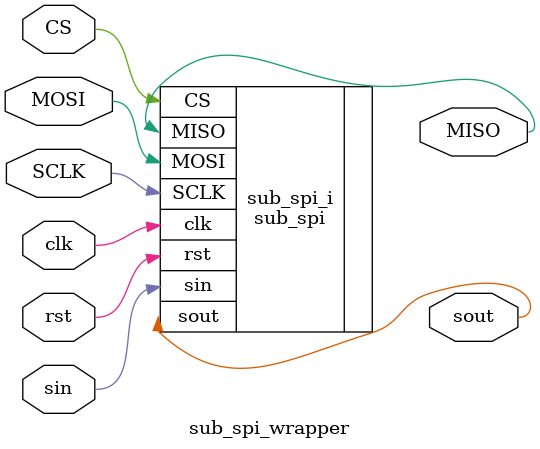
<source format=v>
`timescale 1 ps / 1 ps

module sub_spi_wrapper
   (CS,
    MISO,
    MOSI,
    SCLK,
    clk,
    rst,
    sin,
    sout);
  input CS;
  output MISO;
  input MOSI;
  input SCLK;
  input clk;
  input rst;
  input sin;
  output sout;

  wire CS;
  wire MISO;
  wire MOSI;
  wire SCLK;
  wire clk;
  wire rst;
  wire sin;
  wire sout;

  sub_spi sub_spi_i
       (.CS(CS),
        .MISO(MISO),
        .MOSI(MOSI),
        .SCLK(SCLK),
        .clk(clk),
        .rst(rst),
        .sin(sin),
        .sout(sout));
endmodule

</source>
